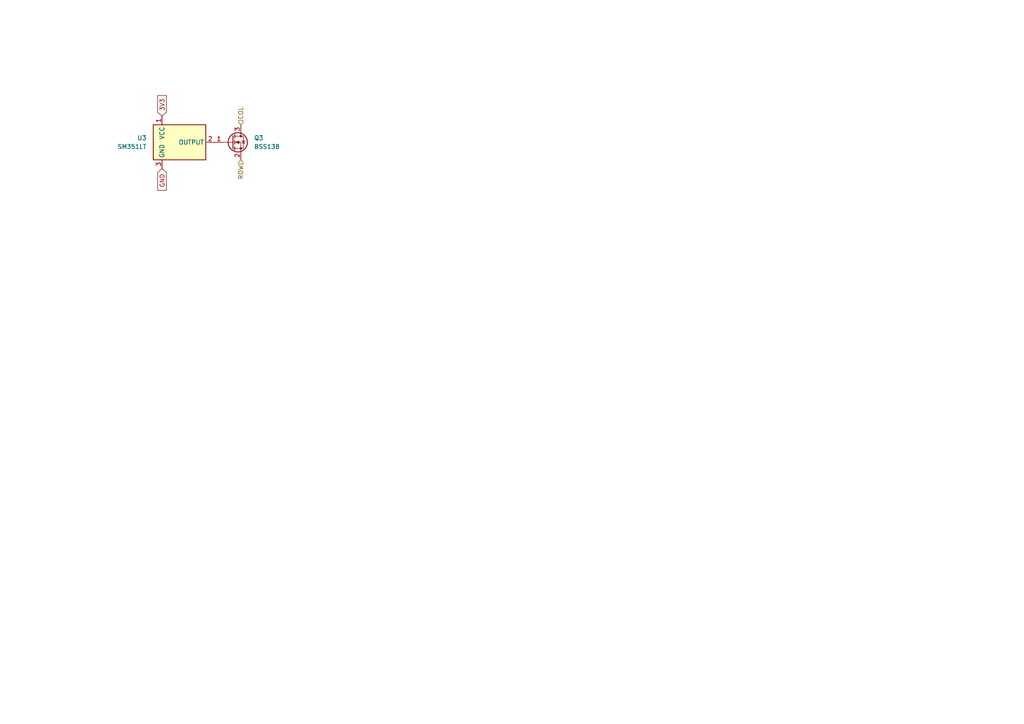
<source format=kicad_sch>
(kicad_sch (version 20231120) (generator "eeschema") (generator_version "8.0")
  (paper "A4")
  (lib_symbols
    (symbol "Sensor_Magnetic:SM351LT"
      (property "Reference" "U" (at 5.08 8.89 0))
      (property "Value" "SM351LT" (at 2.54 6.35 0))
      (symbol "SM351LT_0_1"
        (rectangle (start 7.62 5.08) (end -7.62 -5.08) (stroke (width 0.254)) (fill (type background)))
      )
      (symbol "SM351LT_1_1"
        (pin power_in line (at -5.08 7.62 270) (length 2.54) (name "VCC") (number "1"))
        (pin output line (at 10.16 0 180) (length 2.54) (name "OUTPUT") (number "2"))
        (pin power_in line (at -5.08 -7.62 90) (length 2.54) (name "GND") (number "3"))
      )
    )
    (symbol "Transistor_FET:BSS138" (pin_names hide)
      (property "Reference" "Q" (at 5.08 1.905 0))
      (property "Value" "BSS138" (at 5.08 0 0))
      (symbol "BSS138_0_1"
        (polyline (pts (xy 0.254 0) (xy -2.54 0)))
        (polyline (pts (xy 0.254 1.905) (xy 0.254 -1.905)) (stroke (width 0.254)))
        (polyline (pts (xy 0.762 -1.27) (xy 0.762 -2.286)) (stroke (width 0.254)))
        (polyline (pts (xy 0.762 0.508) (xy 0.762 -0.508)) (stroke (width 0.254)))
        (polyline (pts (xy 0.762 2.286) (xy 0.762 1.27)) (stroke (width 0.254)))
        (polyline (pts (xy 2.54 2.54) (xy 2.54 1.778)))
        (polyline (pts (xy 2.54 -2.54) (xy 2.54 0) (xy 0.762 0)))
        (polyline (pts (xy 0.762 -1.778) (xy 3.302 -1.778) (xy 3.302 1.778) (xy 0.762 1.778)))
        (polyline (pts (xy 1.016 0) (xy 2.032 0.381) (xy 2.032 -0.381) (xy 1.016 0)) (fill (type outline)))
        (polyline (pts (xy 2.794 0.508) (xy 2.921 0.381) (xy 3.683 0.381) (xy 3.81 0.254)))
        (polyline (pts (xy 3.302 0.381) (xy 2.921 -0.254) (xy 3.683 -0.254) (xy 3.302 0.381)))
        (circle (center 1.651 0) (radius 2.794) (stroke (width 0.254)))
        (circle (center 2.54 -1.778) (radius 0.254) (fill (type outline)))
        (circle (center 2.54 1.778) (radius 0.254) (fill (type outline)))
      )
      (symbol "BSS138_1_1"
        (pin input line (at -5.08 0 0) (length 2.54) (name "G") (number "1"))
        (pin passive line (at 2.54 -5.08 90) (length 2.54) (name "S") (number "2"))
        (pin passive line (at 2.54 5.08 270) (length 2.54) (name "D") (number "3"))
      )
    )
  )
  (global_label "3V3" (shape input) (at 46.99 33.655 90) (property "Intersheetrefs" "${INTERSHEET_REFS}" (effects (hide yes))))
  (global_label "GND" (shape input) (at 46.99 48.895 270) (property "Intersheetrefs" "${INTERSHEET_REFS}" (effects (hide yes))))
  (hierarchical_label "COL" (shape input) (at 69.85 36.195 90))
  (hierarchical_label "ROW" (shape input) (at 69.85 46.355 270))
  (symbol (lib_id "Sensor_Magnetic:SM351LT") (at 52.07 41.275 0) (unit 1)
    (property "Reference" "U1" (at 42.545 40.0049 0) (effects (justify right)))
    (property "Value" "SM351LT" (at 42.545 42.5449 0) (effects (justify right)))
    (property "Footprint" "Package_TO_SOT_SMD:SOT-23" (effects (hide yes)))
    (property "Datasheet" "https://sensing.honeywell.com/honeywell-sensing-nanopower-series-product-sheet-50095501-a-en.pdf" (effects (hide yes)))
    (property "Description" "Hall Effect Switch, SOT-23" (effects (hide yes)))
    (instances (project "EnvMCRO" (path "" (reference "U3") (unit 1)) (path "" (reference "U5") (unit 1)) (path "" (reference "U10") (unit 1)) (path "" (reference "U9") (unit 1)) (path "" (reference "U11") (unit 1)) (path "" (reference "U1") (unit 1)) (path "" (reference "U2") (unit 1)) (path "" (reference "U6") (unit 1)) (path "" (reference "U4") (unit 1)) (path "" (reference "U12") (unit 1)) (path "" (reference "U8") (unit 1)) (path "" (reference "U7") (unit 1))))
  )
  (symbol (lib_id "Transistor_FET:BSS138") (at 67.31 41.275 0) (unit 1)
    (property "Reference" "Q1" (at 73.66 40.0049 0) (effects (justify left)))
    (property "Value" "BSS138" (at 73.66 42.5449 0) (effects (justify left)))
    (property "Footprint" "Package_TO_SOT_SMD:SOT-23" (effects (hide yes)))
    (property "Datasheet" "https://www.onsemi.com/pub/Collateral/BSS138-D.PDF" (effects (hide yes)))
    (property "Description" "50V Vds, 0.22A Id, N-Channel MOSFET, SOT-23" (effects (hide yes)))
    (instances (project "EnvMCRO" (path "" (reference "Q3") (unit 1)) (path "" (reference "Q5") (unit 1)) (path "" (reference "Q10") (unit 1)) (path "" (reference "Q9") (unit 1)) (path "" (reference "Q11") (unit 1)) (path "" (reference "Q1") (unit 1)) (path "" (reference "Q2") (unit 1)) (path "" (reference "Q6") (unit 1)) (path "" (reference "Q4") (unit 1)) (path "" (reference "Q12") (unit 1)) (path "" (reference "Q8") (unit 1)) (path "" (reference "Q7") (unit 1))))
  )
)
</source>
